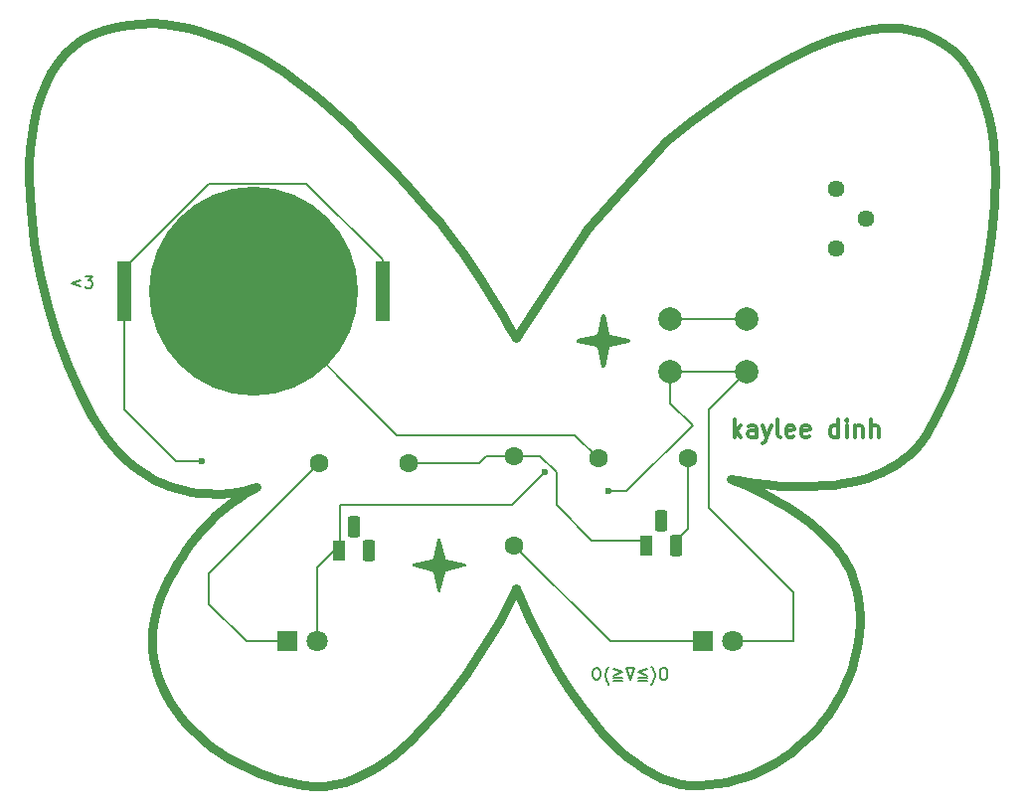
<source format=gbr>
%TF.GenerationSoftware,KiCad,Pcbnew,9.0.2*%
%TF.CreationDate,2025-06-28T05:17:50-07:00*%
%TF.ProjectId,butterfly5,62757474-6572-4666-9c79-352e6b696361,rev?*%
%TF.SameCoordinates,Original*%
%TF.FileFunction,Copper,L1,Top*%
%TF.FilePolarity,Positive*%
%FSLAX46Y46*%
G04 Gerber Fmt 4.6, Leading zero omitted, Abs format (unit mm)*
G04 Created by KiCad (PCBNEW 9.0.2) date 2025-06-28 05:17:50*
%MOMM*%
%LPD*%
G01*
G04 APERTURE LIST*
G04 Aperture macros list*
%AMRoundRect*
0 Rectangle with rounded corners*
0 $1 Rounding radius*
0 $2 $3 $4 $5 $6 $7 $8 $9 X,Y pos of 4 corners*
0 Add a 4 corners polygon primitive as box body*
4,1,4,$2,$3,$4,$5,$6,$7,$8,$9,$2,$3,0*
0 Add four circle primitives for the rounded corners*
1,1,$1+$1,$2,$3*
1,1,$1+$1,$4,$5*
1,1,$1+$1,$6,$7*
1,1,$1+$1,$8,$9*
0 Add four rect primitives between the rounded corners*
20,1,$1+$1,$2,$3,$4,$5,0*
20,1,$1+$1,$4,$5,$6,$7,0*
20,1,$1+$1,$6,$7,$8,$9,0*
20,1,$1+$1,$8,$9,$2,$3,0*%
G04 Aperture macros list end*
%TA.AperFunction,NonConductor*%
%ADD10C,0.000000*%
%TD*%
%TA.AperFunction,NonConductor*%
%ADD11C,0.761999*%
%TD*%
%ADD12C,0.150000*%
%TA.AperFunction,NonConductor*%
%ADD13C,0.150000*%
%TD*%
%ADD14C,0.300000*%
%TA.AperFunction,NonConductor*%
%ADD15C,0.300000*%
%TD*%
%TA.AperFunction,ComponentPad*%
%ADD16C,1.600000*%
%TD*%
%TA.AperFunction,SMDPad,CuDef*%
%ADD17R,1.270000X5.080000*%
%TD*%
%TA.AperFunction,SMDPad,CuDef*%
%ADD18C,17.800000*%
%TD*%
%TA.AperFunction,ComponentPad*%
%ADD19R,1.800000X1.800000*%
%TD*%
%TA.AperFunction,ComponentPad*%
%ADD20C,1.800000*%
%TD*%
%TA.AperFunction,ComponentPad*%
%ADD21R,1.100000X1.800000*%
%TD*%
%TA.AperFunction,ComponentPad*%
%ADD22RoundRect,0.275000X-0.275000X-0.625000X0.275000X-0.625000X0.275000X0.625000X-0.275000X0.625000X0*%
%TD*%
%TA.AperFunction,ComponentPad*%
%ADD23C,2.000000*%
%TD*%
%TA.AperFunction,ComponentPad*%
%ADD24C,1.440000*%
%TD*%
%TA.AperFunction,ViaPad*%
%ADD25C,0.600000*%
%TD*%
%TA.AperFunction,Conductor*%
%ADD26C,0.200000*%
%TD*%
G04 APERTURE END LIST*
D10*
%TA.AperFunction,NonConductor*%
G36*
X141832374Y-108624382D02*
G01*
X141844133Y-108625720D01*
X141855759Y-108627949D01*
X141867187Y-108631070D01*
X141878350Y-108635083D01*
X141889182Y-108639987D01*
X141899618Y-108645783D01*
X141909590Y-108652471D01*
X141919033Y-108660051D01*
X141927881Y-108668522D01*
X141936067Y-108677885D01*
X141943525Y-108688139D01*
X141950190Y-108699286D01*
X141955994Y-108711324D01*
X141960872Y-108724253D01*
X141964758Y-108738075D01*
X142330920Y-110289821D01*
X142333681Y-110299919D01*
X142337114Y-110309711D01*
X142341192Y-110319170D01*
X142345890Y-110328271D01*
X142351181Y-110336986D01*
X142357039Y-110345290D01*
X142363439Y-110353158D01*
X142370353Y-110360562D01*
X142377757Y-110367477D01*
X142385624Y-110373877D01*
X142393928Y-110379736D01*
X142402643Y-110385028D01*
X142411743Y-110389726D01*
X142421202Y-110393805D01*
X142430994Y-110397238D01*
X142441092Y-110400000D01*
X143992842Y-110766162D01*
X144006664Y-110770047D01*
X144019594Y-110774925D01*
X144031632Y-110780730D01*
X144042779Y-110787394D01*
X144053034Y-110794853D01*
X144062397Y-110803039D01*
X144070868Y-110811886D01*
X144078448Y-110821329D01*
X144085136Y-110831302D01*
X144090932Y-110841737D01*
X144095836Y-110852570D01*
X144099849Y-110863733D01*
X144102970Y-110875161D01*
X144105199Y-110886787D01*
X144106537Y-110898545D01*
X144106983Y-110910370D01*
X144106537Y-110922195D01*
X144105199Y-110933954D01*
X144102970Y-110945580D01*
X144099849Y-110957008D01*
X144095836Y-110968171D01*
X144090932Y-110979003D01*
X144085136Y-110989439D01*
X144078448Y-110999411D01*
X144070868Y-111008854D01*
X144062397Y-111017702D01*
X144053034Y-111025888D01*
X144042779Y-111033346D01*
X144031632Y-111040011D01*
X144019594Y-111045815D01*
X144006664Y-111050693D01*
X143992842Y-111054579D01*
X142441092Y-111420741D01*
X142430994Y-111423502D01*
X142421202Y-111426935D01*
X142411743Y-111431013D01*
X142402643Y-111435711D01*
X142393928Y-111441002D01*
X142385624Y-111446860D01*
X142377757Y-111453260D01*
X142370353Y-111460174D01*
X142363439Y-111467578D01*
X142357039Y-111475445D01*
X142351181Y-111483749D01*
X142345890Y-111492464D01*
X142341192Y-111501564D01*
X142337114Y-111511023D01*
X142333681Y-111520815D01*
X142330920Y-111530913D01*
X141964758Y-113082663D01*
X141960872Y-113096485D01*
X141955994Y-113109415D01*
X141950190Y-113121453D01*
X141943525Y-113132600D01*
X141936067Y-113142855D01*
X141927881Y-113152218D01*
X141919033Y-113160689D01*
X141909590Y-113168269D01*
X141899618Y-113174957D01*
X141889182Y-113180753D01*
X141878350Y-113185657D01*
X141867187Y-113189670D01*
X141855759Y-113192791D01*
X141844133Y-113195020D01*
X141832374Y-113196358D01*
X141820549Y-113196804D01*
X141808724Y-113196358D01*
X141796966Y-113195020D01*
X141785340Y-113192791D01*
X141773912Y-113189670D01*
X141762749Y-113185657D01*
X141751916Y-113180753D01*
X141741481Y-113174957D01*
X141731508Y-113168269D01*
X141722065Y-113160689D01*
X141713218Y-113152218D01*
X141705032Y-113142855D01*
X141697573Y-113132600D01*
X141690909Y-113121453D01*
X141685104Y-113109415D01*
X141680226Y-113096485D01*
X141676341Y-113082663D01*
X141310179Y-111530913D01*
X141307417Y-111520815D01*
X141303984Y-111511023D01*
X141299905Y-111501564D01*
X141295207Y-111492464D01*
X141289915Y-111483749D01*
X141284056Y-111475445D01*
X141277656Y-111467578D01*
X141270741Y-111460174D01*
X141263337Y-111453260D01*
X141255469Y-111446860D01*
X141247165Y-111441002D01*
X141238450Y-111435711D01*
X141229349Y-111431013D01*
X141219890Y-111426935D01*
X141210098Y-111423502D01*
X141200000Y-111420741D01*
X139648254Y-111054579D01*
X139634432Y-111050693D01*
X139621503Y-111045815D01*
X139609465Y-111040011D01*
X139598318Y-111033346D01*
X139588064Y-111025888D01*
X139578701Y-111017702D01*
X139570230Y-111008854D01*
X139562650Y-110999411D01*
X139555962Y-110989439D01*
X139550166Y-110979003D01*
X139545262Y-110968171D01*
X139541249Y-110957008D01*
X139538128Y-110945580D01*
X139535899Y-110933954D01*
X139534561Y-110922195D01*
X139534116Y-110910370D01*
X139534561Y-110898545D01*
X139535899Y-110886787D01*
X139538128Y-110875161D01*
X139541249Y-110863733D01*
X139545262Y-110852570D01*
X139550166Y-110841737D01*
X139555962Y-110831302D01*
X139562650Y-110821329D01*
X139570230Y-110811886D01*
X139578701Y-110803039D01*
X139588064Y-110794853D01*
X139598318Y-110787394D01*
X139609465Y-110780730D01*
X139621503Y-110774925D01*
X139634432Y-110770047D01*
X139648254Y-110766162D01*
X141200000Y-110400000D01*
X141210098Y-110397238D01*
X141219890Y-110393805D01*
X141229349Y-110389726D01*
X141238450Y-110385028D01*
X141247165Y-110379736D01*
X141255469Y-110373877D01*
X141263337Y-110367477D01*
X141270741Y-110360562D01*
X141277656Y-110353158D01*
X141284056Y-110345290D01*
X141289915Y-110336986D01*
X141295207Y-110328271D01*
X141299905Y-110319170D01*
X141303984Y-110309711D01*
X141307417Y-110299919D01*
X141310179Y-110289821D01*
X141676341Y-108738075D01*
X141680226Y-108724253D01*
X141685104Y-108711324D01*
X141690909Y-108699286D01*
X141697573Y-108688139D01*
X141705032Y-108677885D01*
X141713218Y-108668522D01*
X141722065Y-108660051D01*
X141731508Y-108652471D01*
X141741481Y-108645783D01*
X141751916Y-108639987D01*
X141762749Y-108635083D01*
X141773912Y-108631070D01*
X141785340Y-108627949D01*
X141796966Y-108625720D01*
X141808724Y-108624382D01*
X141820549Y-108623936D01*
X141832374Y-108624382D01*
G37*
%TD.AperFunction*%
%TA.AperFunction,NonConductor*%
G36*
X155811825Y-89514012D02*
G01*
X155823584Y-89515350D01*
X155835210Y-89517579D01*
X155846638Y-89520700D01*
X155857801Y-89524713D01*
X155868633Y-89529617D01*
X155879069Y-89535413D01*
X155889041Y-89542101D01*
X155898484Y-89549681D01*
X155907332Y-89558152D01*
X155915518Y-89567515D01*
X155922976Y-89577769D01*
X155929641Y-89588916D01*
X155935445Y-89600954D01*
X155940323Y-89613883D01*
X155944209Y-89627705D01*
X156310371Y-91179451D01*
X156313132Y-91189549D01*
X156316565Y-91199341D01*
X156320643Y-91208800D01*
X156325341Y-91217901D01*
X156330632Y-91226616D01*
X156336490Y-91234920D01*
X156342890Y-91242788D01*
X156349804Y-91250192D01*
X156357208Y-91257107D01*
X156365075Y-91263507D01*
X156373379Y-91269366D01*
X156382094Y-91274658D01*
X156391194Y-91279356D01*
X156400653Y-91283435D01*
X156410445Y-91286868D01*
X156420543Y-91289630D01*
X157972293Y-91655792D01*
X157986115Y-91659677D01*
X157999045Y-91664555D01*
X158011083Y-91670360D01*
X158022230Y-91677024D01*
X158032485Y-91684483D01*
X158041848Y-91692669D01*
X158050319Y-91701516D01*
X158057899Y-91710959D01*
X158064587Y-91720932D01*
X158070383Y-91731367D01*
X158075287Y-91742200D01*
X158079300Y-91753363D01*
X158082421Y-91764791D01*
X158084650Y-91776417D01*
X158085988Y-91788175D01*
X158086434Y-91800000D01*
X158085988Y-91811825D01*
X158084650Y-91823584D01*
X158082421Y-91835210D01*
X158079300Y-91846638D01*
X158075287Y-91857801D01*
X158070383Y-91868633D01*
X158064587Y-91879069D01*
X158057899Y-91889041D01*
X158050319Y-91898484D01*
X158041848Y-91907332D01*
X158032485Y-91915518D01*
X158022230Y-91922976D01*
X158011083Y-91929641D01*
X157999045Y-91935445D01*
X157986115Y-91940323D01*
X157972293Y-91944209D01*
X156420543Y-92310371D01*
X156410445Y-92313132D01*
X156400653Y-92316565D01*
X156391194Y-92320643D01*
X156382094Y-92325341D01*
X156373379Y-92330632D01*
X156365075Y-92336490D01*
X156357208Y-92342890D01*
X156349804Y-92349804D01*
X156342890Y-92357208D01*
X156336490Y-92365075D01*
X156330632Y-92373379D01*
X156325341Y-92382094D01*
X156320643Y-92391194D01*
X156316565Y-92400653D01*
X156313132Y-92410445D01*
X156310371Y-92420543D01*
X155944209Y-93972293D01*
X155940323Y-93986115D01*
X155935445Y-93999045D01*
X155929641Y-94011083D01*
X155922976Y-94022230D01*
X155915518Y-94032485D01*
X155907332Y-94041848D01*
X155898484Y-94050319D01*
X155889041Y-94057899D01*
X155879069Y-94064587D01*
X155868633Y-94070383D01*
X155857801Y-94075287D01*
X155846638Y-94079300D01*
X155835210Y-94082421D01*
X155823584Y-94084650D01*
X155811825Y-94085988D01*
X155800000Y-94086434D01*
X155788175Y-94085988D01*
X155776417Y-94084650D01*
X155764791Y-94082421D01*
X155753363Y-94079300D01*
X155742200Y-94075287D01*
X155731367Y-94070383D01*
X155720932Y-94064587D01*
X155710959Y-94057899D01*
X155701516Y-94050319D01*
X155692669Y-94041848D01*
X155684483Y-94032485D01*
X155677024Y-94022230D01*
X155670360Y-94011083D01*
X155664555Y-93999045D01*
X155659677Y-93986115D01*
X155655792Y-93972293D01*
X155289630Y-92420543D01*
X155286868Y-92410445D01*
X155283435Y-92400653D01*
X155279356Y-92391194D01*
X155274658Y-92382094D01*
X155269366Y-92373379D01*
X155263507Y-92365075D01*
X155257107Y-92357208D01*
X155250192Y-92349804D01*
X155242788Y-92342890D01*
X155234920Y-92336490D01*
X155226616Y-92330632D01*
X155217901Y-92325341D01*
X155208800Y-92320643D01*
X155199341Y-92316565D01*
X155189549Y-92313132D01*
X155179451Y-92310371D01*
X153627705Y-91944209D01*
X153613883Y-91940323D01*
X153600954Y-91935445D01*
X153588916Y-91929641D01*
X153577769Y-91922976D01*
X153567515Y-91915518D01*
X153558152Y-91907332D01*
X153549681Y-91898484D01*
X153542101Y-91889041D01*
X153535413Y-91879069D01*
X153529617Y-91868633D01*
X153524713Y-91857801D01*
X153520700Y-91846638D01*
X153517579Y-91835210D01*
X153515350Y-91823584D01*
X153514012Y-91811825D01*
X153513567Y-91800000D01*
X153514012Y-91788175D01*
X153515350Y-91776417D01*
X153517579Y-91764791D01*
X153520700Y-91753363D01*
X153524713Y-91742200D01*
X153529617Y-91731367D01*
X153535413Y-91720932D01*
X153542101Y-91710959D01*
X153549681Y-91701516D01*
X153558152Y-91692669D01*
X153567515Y-91684483D01*
X153577769Y-91677024D01*
X153588916Y-91670360D01*
X153600954Y-91664555D01*
X153613883Y-91659677D01*
X153627705Y-91655792D01*
X155179451Y-91289630D01*
X155189549Y-91286868D01*
X155199341Y-91283435D01*
X155208800Y-91279356D01*
X155217901Y-91274658D01*
X155226616Y-91269366D01*
X155234920Y-91263507D01*
X155242788Y-91257107D01*
X155250192Y-91250192D01*
X155257107Y-91242788D01*
X155263507Y-91234920D01*
X155269366Y-91226616D01*
X155274658Y-91217901D01*
X155279356Y-91208800D01*
X155283435Y-91199341D01*
X155286868Y-91189549D01*
X155289630Y-91179451D01*
X155655792Y-89627705D01*
X155659677Y-89613883D01*
X155664555Y-89600954D01*
X155670360Y-89588916D01*
X155677024Y-89577769D01*
X155684483Y-89567515D01*
X155692669Y-89558152D01*
X155701516Y-89549681D01*
X155710959Y-89542101D01*
X155720932Y-89535413D01*
X155731367Y-89529617D01*
X155742200Y-89524713D01*
X155753363Y-89520700D01*
X155764791Y-89517579D01*
X155776417Y-89515350D01*
X155788175Y-89514012D01*
X155800000Y-89513566D01*
X155811825Y-89514012D01*
G37*
%TD.AperFunction*%
D11*
X118400000Y-64800000D02*
X119397991Y-64932196D01*
X120385448Y-65126551D01*
X121360243Y-65377798D01*
X122320249Y-65680669D01*
X123263337Y-66029898D01*
X124187380Y-66420217D01*
X125090250Y-66846360D01*
X125969820Y-67303059D01*
X126823960Y-67785047D01*
X127650545Y-68287058D01*
X128447445Y-68803823D01*
X129943682Y-69860549D01*
X131295649Y-70913090D01*
X132486323Y-71919307D01*
X133498682Y-72837065D01*
X134315704Y-73624227D01*
X134920367Y-74238654D01*
X135424524Y-74780761D01*
X136152998Y-75505036D01*
X137938623Y-77331286D01*
X139040460Y-78495195D01*
X140181698Y-79739649D01*
X141287374Y-80999665D01*
X141803450Y-81615202D01*
X142282525Y-82210260D01*
X142794323Y-82879231D01*
X143316855Y-83594209D01*
X143844083Y-84342892D01*
X144369969Y-85112974D01*
X145393571Y-86668128D01*
X146339364Y-88161242D01*
X147159053Y-89493890D01*
X147804340Y-90567644D01*
X148378525Y-91544760D01*
X154474523Y-82210260D01*
X161142021Y-74780761D01*
X163294927Y-73070632D01*
X165665389Y-71351027D01*
X167080592Y-70397022D01*
X168613480Y-69426666D01*
X170237330Y-68474798D01*
X171925420Y-67576255D01*
X173651027Y-66765875D01*
X175387428Y-66078497D01*
X177107901Y-65548957D01*
X177953813Y-65354264D01*
X178785722Y-65212095D01*
X179600288Y-65126805D01*
X180394170Y-65102749D01*
X181164028Y-65144280D01*
X181906522Y-65255755D01*
X182966563Y-65541194D01*
X183931480Y-65942585D01*
X184804215Y-66453462D01*
X185587710Y-67067359D01*
X186284907Y-67777811D01*
X186898749Y-68578352D01*
X187432178Y-69462516D01*
X187888137Y-70423837D01*
X188269567Y-71455849D01*
X188579411Y-72552086D01*
X188820612Y-73706084D01*
X188996111Y-74911375D01*
X189161776Y-77449975D01*
X189099943Y-80116160D01*
X188834151Y-82858204D01*
X188387940Y-85624379D01*
X187784848Y-88362960D01*
X187048413Y-91022219D01*
X186202174Y-93550430D01*
X185269670Y-95895867D01*
X184274439Y-98006801D01*
X183240020Y-99831508D01*
X182823743Y-100428786D01*
X182363237Y-100971997D01*
X181862267Y-101463444D01*
X181324603Y-101905428D01*
X180754010Y-102300253D01*
X180154256Y-102650220D01*
X179529108Y-102957632D01*
X178882334Y-103224790D01*
X178217700Y-103453997D01*
X177538974Y-103647555D01*
X176849923Y-103807766D01*
X176154315Y-103936933D01*
X175455916Y-104037357D01*
X174758493Y-104111341D01*
X173381647Y-104189197D01*
X172053915Y-104188918D01*
X170805433Y-104128922D01*
X169666340Y-104027626D01*
X168666773Y-103903448D01*
X167206769Y-103660114D01*
X166666523Y-103546260D01*
X167071462Y-103702235D01*
X168150134Y-104164376D01*
X168878304Y-104507547D01*
X169698325Y-104924005D01*
X170584673Y-105412665D01*
X171511820Y-105972444D01*
X172454238Y-106602256D01*
X173386402Y-107301017D01*
X174282783Y-108067641D01*
X174709579Y-108476064D01*
X175117856Y-108901045D01*
X175504425Y-109342450D01*
X175866094Y-109800144D01*
X176199672Y-110273990D01*
X176501969Y-110763852D01*
X176769793Y-111269597D01*
X176999954Y-111791086D01*
X177189261Y-112328186D01*
X177334523Y-112880761D01*
X177476941Y-113647593D01*
X177570607Y-114413352D01*
X177616787Y-115176577D01*
X177616751Y-115935810D01*
X177571766Y-116689589D01*
X177483099Y-117436455D01*
X177352020Y-118174946D01*
X177179796Y-118903604D01*
X176967694Y-119620968D01*
X176716983Y-120325577D01*
X176428931Y-121015972D01*
X176104805Y-121690693D01*
X175745874Y-122348278D01*
X175353405Y-122987269D01*
X174928667Y-123606204D01*
X174472928Y-124203624D01*
X173987454Y-124778069D01*
X173473515Y-125328078D01*
X172932379Y-125852191D01*
X172365312Y-126348948D01*
X171773584Y-126816888D01*
X171158461Y-127254553D01*
X170521213Y-127660480D01*
X169863107Y-128033211D01*
X169185410Y-128371286D01*
X168489392Y-128673242D01*
X167776319Y-128937622D01*
X167047460Y-129162964D01*
X166304083Y-129347809D01*
X165547455Y-129490696D01*
X164778845Y-129590164D01*
X163999521Y-129644755D01*
X163168051Y-129628427D01*
X162350640Y-129515979D01*
X161548096Y-129313748D01*
X160761229Y-129028074D01*
X159990847Y-128665292D01*
X159237761Y-128231740D01*
X158502778Y-127733756D01*
X157786708Y-127177678D01*
X157090360Y-126569842D01*
X156414544Y-125916586D01*
X155760067Y-125224248D01*
X155127740Y-124499165D01*
X153932770Y-122976114D01*
X152836105Y-121398133D01*
X151844220Y-119815921D01*
X150963586Y-118280179D01*
X150200675Y-116841606D01*
X149561962Y-115550901D01*
X148683014Y-113615895D01*
X148378525Y-112880761D01*
X147991072Y-113663519D01*
X146888529Y-115714180D01*
X146097139Y-117075469D01*
X145160623Y-118586327D01*
X144090197Y-120190953D01*
X142897078Y-121833544D01*
X141592480Y-123458298D01*
X140187620Y-125009412D01*
X139451097Y-125739917D01*
X138693713Y-126431085D01*
X137916872Y-127075943D01*
X137121975Y-127667515D01*
X136310424Y-128198825D01*
X135483621Y-128662899D01*
X134642968Y-129052761D01*
X133789868Y-129361435D01*
X132925721Y-129581947D01*
X132051930Y-129707321D01*
X131169897Y-129730582D01*
X130281024Y-129644755D01*
X129513300Y-129504266D01*
X128751697Y-129329868D01*
X127998154Y-129122479D01*
X127254613Y-128883016D01*
X126523013Y-128612398D01*
X125805297Y-128311540D01*
X125103404Y-127981361D01*
X124419274Y-127622778D01*
X123754849Y-127236708D01*
X123112068Y-126824069D01*
X122492873Y-126385778D01*
X121899204Y-125922752D01*
X121333002Y-125435910D01*
X120796207Y-124926167D01*
X120290760Y-124394442D01*
X119818601Y-123841652D01*
X119381671Y-123268715D01*
X118981910Y-122676547D01*
X118621259Y-122066067D01*
X118301659Y-121438191D01*
X118025051Y-120793837D01*
X117793374Y-120133922D01*
X117608569Y-119459364D01*
X117472577Y-118771080D01*
X117387339Y-118069987D01*
X117354794Y-117357004D01*
X117376885Y-116633046D01*
X117455550Y-115899032D01*
X117592731Y-115155880D01*
X117790369Y-114404505D01*
X118050403Y-113645826D01*
X118374775Y-112880761D01*
X118738131Y-112133277D01*
X119112823Y-111426012D01*
X119497352Y-110757884D01*
X119890217Y-110127812D01*
X120289920Y-109534714D01*
X120694959Y-108977510D01*
X121103835Y-108455117D01*
X121515048Y-107966455D01*
X121927099Y-107510442D01*
X122338486Y-107085997D01*
X122747711Y-106692039D01*
X123153274Y-106327485D01*
X123553674Y-105991256D01*
X123947411Y-105682269D01*
X124332987Y-105399443D01*
X124708900Y-105141697D01*
X125073651Y-104907950D01*
X125425740Y-104697120D01*
X126085932Y-104339886D01*
X126235307Y-104269550D01*
X125947863Y-104353769D01*
X125066263Y-104555873D01*
X124080018Y-104711933D01*
X123006290Y-104796416D01*
X121862241Y-104783789D01*
X121269209Y-104733079D01*
X120665033Y-104648518D01*
X120051857Y-104526912D01*
X119431827Y-104365070D01*
X118807089Y-104159800D01*
X118179787Y-103907911D01*
X117552066Y-103606212D01*
X116926072Y-103251509D01*
X116303950Y-102840613D01*
X115687846Y-102370330D01*
X115079904Y-101837470D01*
X114482270Y-101238841D01*
X113897089Y-100571251D01*
X113326507Y-99831508D01*
X112218322Y-98113171D01*
X111158273Y-96099457D01*
X110167708Y-93841014D01*
X109267975Y-91388490D01*
X108480420Y-88792532D01*
X107826391Y-86103789D01*
X107327236Y-83372909D01*
X107004302Y-80650541D01*
X106878938Y-77987331D01*
X106897015Y-76693738D01*
X106972490Y-75433928D01*
X107108030Y-74214232D01*
X107306305Y-73040981D01*
X107569983Y-71920506D01*
X107901732Y-70859137D01*
X108304221Y-69863206D01*
X108780119Y-68939045D01*
X109332092Y-68092982D01*
X109962811Y-67331351D01*
X110674944Y-66660482D01*
X111471158Y-66086706D01*
X112354123Y-65616353D01*
X113326507Y-65255755D01*
X114345251Y-64998149D01*
X115364100Y-64829038D01*
X116380926Y-64743154D01*
X117393602Y-64735231D01*
X118400000Y-64800000D01*
D12*
D13*
X111298684Y-86603152D02*
X110536779Y-86888866D01*
X110536779Y-86888866D02*
X111298684Y-87174580D01*
X111679636Y-86269819D02*
X112298683Y-86269819D01*
X112298683Y-86269819D02*
X111965350Y-86650771D01*
X111965350Y-86650771D02*
X112108207Y-86650771D01*
X112108207Y-86650771D02*
X112203445Y-86698390D01*
X112203445Y-86698390D02*
X112251064Y-86746009D01*
X112251064Y-86746009D02*
X112298683Y-86841247D01*
X112298683Y-86841247D02*
X112298683Y-87079342D01*
X112298683Y-87079342D02*
X112251064Y-87174580D01*
X112251064Y-87174580D02*
X112203445Y-87222200D01*
X112203445Y-87222200D02*
X112108207Y-87269819D01*
X112108207Y-87269819D02*
X111822493Y-87269819D01*
X111822493Y-87269819D02*
X111727255Y-87222200D01*
X111727255Y-87222200D02*
X111679636Y-87174580D01*
D12*
D13*
X155127255Y-119669819D02*
X155317731Y-119669819D01*
X155317731Y-119669819D02*
X155412969Y-119717438D01*
X155412969Y-119717438D02*
X155508207Y-119812676D01*
X155508207Y-119812676D02*
X155555826Y-120003152D01*
X155555826Y-120003152D02*
X155555826Y-120336485D01*
X155555826Y-120336485D02*
X155508207Y-120526961D01*
X155508207Y-120526961D02*
X155412969Y-120622200D01*
X155412969Y-120622200D02*
X155317731Y-120669819D01*
X155317731Y-120669819D02*
X155127255Y-120669819D01*
X155127255Y-120669819D02*
X155032017Y-120622200D01*
X155032017Y-120622200D02*
X154936779Y-120526961D01*
X154936779Y-120526961D02*
X154889160Y-120336485D01*
X154889160Y-120336485D02*
X154889160Y-120003152D01*
X154889160Y-120003152D02*
X154936779Y-119812676D01*
X154936779Y-119812676D02*
X155032017Y-119717438D01*
X155032017Y-119717438D02*
X155127255Y-119669819D01*
X156270112Y-121050771D02*
X156222493Y-121003152D01*
X156222493Y-121003152D02*
X156127255Y-120860295D01*
X156127255Y-120860295D02*
X156079636Y-120765057D01*
X156079636Y-120765057D02*
X156032017Y-120622200D01*
X156032017Y-120622200D02*
X155984398Y-120384104D01*
X155984398Y-120384104D02*
X155984398Y-120193628D01*
X155984398Y-120193628D02*
X156032017Y-119955533D01*
X156032017Y-119955533D02*
X156079636Y-119812676D01*
X156079636Y-119812676D02*
X156127255Y-119717438D01*
X156127255Y-119717438D02*
X156222493Y-119574580D01*
X156222493Y-119574580D02*
X156270112Y-119526961D01*
X157412970Y-120765057D02*
X156651065Y-120765057D01*
X156651065Y-120479342D02*
X157412970Y-120479342D01*
X156651065Y-120288866D02*
X157412970Y-120003152D01*
X157412970Y-120003152D02*
X156651065Y-119717438D01*
X158412969Y-119669819D02*
X158079636Y-120669819D01*
X158079636Y-120669819D02*
X157746303Y-119669819D01*
X157746303Y-119669819D02*
X158412969Y-119669819D01*
X158746303Y-120765057D02*
X159508208Y-120765057D01*
X159508208Y-120479342D02*
X158746303Y-120479342D01*
X159508208Y-120288866D02*
X158746303Y-120003152D01*
X158746303Y-120003152D02*
X159508208Y-119717438D01*
X159889160Y-121050771D02*
X159936779Y-121003152D01*
X159936779Y-121003152D02*
X160032017Y-120860295D01*
X160032017Y-120860295D02*
X160079636Y-120765057D01*
X160079636Y-120765057D02*
X160127255Y-120622200D01*
X160127255Y-120622200D02*
X160174874Y-120384104D01*
X160174874Y-120384104D02*
X160174874Y-120193628D01*
X160174874Y-120193628D02*
X160127255Y-119955533D01*
X160127255Y-119955533D02*
X160079636Y-119812676D01*
X160079636Y-119812676D02*
X160032017Y-119717438D01*
X160032017Y-119717438D02*
X159936779Y-119574580D01*
X159936779Y-119574580D02*
X159889160Y-119526961D01*
X160841541Y-119669819D02*
X161032017Y-119669819D01*
X161032017Y-119669819D02*
X161127255Y-119717438D01*
X161127255Y-119717438D02*
X161222493Y-119812676D01*
X161222493Y-119812676D02*
X161270112Y-120003152D01*
X161270112Y-120003152D02*
X161270112Y-120336485D01*
X161270112Y-120336485D02*
X161222493Y-120526961D01*
X161222493Y-120526961D02*
X161127255Y-120622200D01*
X161127255Y-120622200D02*
X161032017Y-120669819D01*
X161032017Y-120669819D02*
X160841541Y-120669819D01*
X160841541Y-120669819D02*
X160746303Y-120622200D01*
X160746303Y-120622200D02*
X160651065Y-120526961D01*
X160651065Y-120526961D02*
X160603446Y-120336485D01*
X160603446Y-120336485D02*
X160603446Y-120003152D01*
X160603446Y-120003152D02*
X160651065Y-119812676D01*
X160651065Y-119812676D02*
X160746303Y-119717438D01*
X160746303Y-119717438D02*
X160841541Y-119669819D01*
D14*
D15*
X166954510Y-100000828D02*
X166954510Y-98500828D01*
X167097368Y-99429400D02*
X167525939Y-100000828D01*
X167525939Y-99000828D02*
X166954510Y-99572257D01*
X168811654Y-100000828D02*
X168811654Y-99215114D01*
X168811654Y-99215114D02*
X168740225Y-99072257D01*
X168740225Y-99072257D02*
X168597368Y-99000828D01*
X168597368Y-99000828D02*
X168311654Y-99000828D01*
X168311654Y-99000828D02*
X168168796Y-99072257D01*
X168811654Y-99929400D02*
X168668796Y-100000828D01*
X168668796Y-100000828D02*
X168311654Y-100000828D01*
X168311654Y-100000828D02*
X168168796Y-99929400D01*
X168168796Y-99929400D02*
X168097368Y-99786542D01*
X168097368Y-99786542D02*
X168097368Y-99643685D01*
X168097368Y-99643685D02*
X168168796Y-99500828D01*
X168168796Y-99500828D02*
X168311654Y-99429400D01*
X168311654Y-99429400D02*
X168668796Y-99429400D01*
X168668796Y-99429400D02*
X168811654Y-99357971D01*
X169383082Y-99000828D02*
X169740225Y-100000828D01*
X170097368Y-99000828D02*
X169740225Y-100000828D01*
X169740225Y-100000828D02*
X169597368Y-100357971D01*
X169597368Y-100357971D02*
X169525939Y-100429400D01*
X169525939Y-100429400D02*
X169383082Y-100500828D01*
X170883082Y-100000828D02*
X170740225Y-99929400D01*
X170740225Y-99929400D02*
X170668796Y-99786542D01*
X170668796Y-99786542D02*
X170668796Y-98500828D01*
X172025939Y-99929400D02*
X171883082Y-100000828D01*
X171883082Y-100000828D02*
X171597368Y-100000828D01*
X171597368Y-100000828D02*
X171454510Y-99929400D01*
X171454510Y-99929400D02*
X171383082Y-99786542D01*
X171383082Y-99786542D02*
X171383082Y-99215114D01*
X171383082Y-99215114D02*
X171454510Y-99072257D01*
X171454510Y-99072257D02*
X171597368Y-99000828D01*
X171597368Y-99000828D02*
X171883082Y-99000828D01*
X171883082Y-99000828D02*
X172025939Y-99072257D01*
X172025939Y-99072257D02*
X172097368Y-99215114D01*
X172097368Y-99215114D02*
X172097368Y-99357971D01*
X172097368Y-99357971D02*
X171383082Y-99500828D01*
X173311653Y-99929400D02*
X173168796Y-100000828D01*
X173168796Y-100000828D02*
X172883082Y-100000828D01*
X172883082Y-100000828D02*
X172740224Y-99929400D01*
X172740224Y-99929400D02*
X172668796Y-99786542D01*
X172668796Y-99786542D02*
X172668796Y-99215114D01*
X172668796Y-99215114D02*
X172740224Y-99072257D01*
X172740224Y-99072257D02*
X172883082Y-99000828D01*
X172883082Y-99000828D02*
X173168796Y-99000828D01*
X173168796Y-99000828D02*
X173311653Y-99072257D01*
X173311653Y-99072257D02*
X173383082Y-99215114D01*
X173383082Y-99215114D02*
X173383082Y-99357971D01*
X173383082Y-99357971D02*
X172668796Y-99500828D01*
X175811653Y-100000828D02*
X175811653Y-98500828D01*
X175811653Y-99929400D02*
X175668795Y-100000828D01*
X175668795Y-100000828D02*
X175383081Y-100000828D01*
X175383081Y-100000828D02*
X175240224Y-99929400D01*
X175240224Y-99929400D02*
X175168795Y-99857971D01*
X175168795Y-99857971D02*
X175097367Y-99715114D01*
X175097367Y-99715114D02*
X175097367Y-99286542D01*
X175097367Y-99286542D02*
X175168795Y-99143685D01*
X175168795Y-99143685D02*
X175240224Y-99072257D01*
X175240224Y-99072257D02*
X175383081Y-99000828D01*
X175383081Y-99000828D02*
X175668795Y-99000828D01*
X175668795Y-99000828D02*
X175811653Y-99072257D01*
X176525938Y-100000828D02*
X176525938Y-99000828D01*
X176525938Y-98500828D02*
X176454510Y-98572257D01*
X176454510Y-98572257D02*
X176525938Y-98643685D01*
X176525938Y-98643685D02*
X176597367Y-98572257D01*
X176597367Y-98572257D02*
X176525938Y-98500828D01*
X176525938Y-98500828D02*
X176525938Y-98643685D01*
X177240224Y-99000828D02*
X177240224Y-100000828D01*
X177240224Y-99143685D02*
X177311653Y-99072257D01*
X177311653Y-99072257D02*
X177454510Y-99000828D01*
X177454510Y-99000828D02*
X177668796Y-99000828D01*
X177668796Y-99000828D02*
X177811653Y-99072257D01*
X177811653Y-99072257D02*
X177883082Y-99215114D01*
X177883082Y-99215114D02*
X177883082Y-100000828D01*
X178597367Y-100000828D02*
X178597367Y-98500828D01*
X179240225Y-100000828D02*
X179240225Y-99215114D01*
X179240225Y-99215114D02*
X179168796Y-99072257D01*
X179168796Y-99072257D02*
X179025939Y-99000828D01*
X179025939Y-99000828D02*
X178811653Y-99000828D01*
X178811653Y-99000828D02*
X178668796Y-99072257D01*
X178668796Y-99072257D02*
X178597367Y-99143685D01*
D16*
%TO.P,R3,1*%
%TO.N,Net-(BT1--)*%
X155380000Y-101800000D03*
%TO.P,R3,2*%
%TO.N,Net-(Q2-E)*%
X163000000Y-101800000D03*
%TD*%
%TO.P,R2,1*%
%TO.N,Net-(D2-K)*%
X148200000Y-109210000D03*
%TO.P,R2,2*%
%TO.N,Net-(Q2-C)*%
X148200000Y-101590000D03*
%TD*%
D17*
%TO.P,BT1,1,+*%
%TO.N,Net-(BT1-+)*%
X115015000Y-87600000D03*
X136985000Y-87600000D03*
D18*
%TO.P,BT1,2,-*%
%TO.N,Net-(BT1--)*%
X126000000Y-87600000D03*
%TD*%
D19*
%TO.P,D2,1,K*%
%TO.N,Net-(D2-K)*%
X164260000Y-117400000D03*
D20*
%TO.P,D2,2,A*%
%TO.N,Net-(D1-A)*%
X166800000Y-117400000D03*
%TD*%
D21*
%TO.P,Q2,1,C*%
%TO.N,Net-(Q2-C)*%
X159460000Y-109200000D03*
D22*
%TO.P,Q2,2,B*%
%TO.N,Net-(Q2-B)*%
X160730000Y-107130000D03*
%TO.P,Q2,3,E*%
%TO.N,Net-(Q2-E)*%
X162000000Y-109200000D03*
%TD*%
D21*
%TO.P,Q1,1,C*%
%TO.N,Net-(D1-A)*%
X133330000Y-109670000D03*
D22*
%TO.P,Q1,2,B*%
X134600000Y-107600000D03*
%TO.P,Q1,3,E*%
%TO.N,Net-(Q1-E)*%
X135870000Y-109670000D03*
%TD*%
D16*
%TO.P,R1,1*%
%TO.N,Net-(D1-K)*%
X131590000Y-102200000D03*
%TO.P,R1,2*%
%TO.N,Net-(Q2-C)*%
X139210000Y-102200000D03*
%TD*%
D19*
%TO.P,D1,1,K*%
%TO.N,Net-(D1-K)*%
X128925000Y-117400000D03*
D20*
%TO.P,D1,2,A*%
%TO.N,Net-(D1-A)*%
X131465000Y-117400000D03*
%TD*%
D23*
%TO.P,SW1,1,1*%
%TO.N,Net-(BT1-+)*%
X161500000Y-89900000D03*
X168000000Y-89900000D03*
%TO.P,SW1,2,2*%
%TO.N,Net-(D1-A)*%
X161500000Y-94400000D03*
X168000000Y-94400000D03*
%TD*%
D24*
%TO.P,RV1,1,1*%
%TO.N,Net-(Q1-E)*%
X175600000Y-83880000D03*
%TO.P,RV1,2,2*%
%TO.N,Net-(Q2-B)*%
X178140000Y-81340000D03*
%TO.P,RV1,3,3*%
%TO.N,unconnected-(RV1-Pad3)*%
X175600000Y-78800000D03*
%TD*%
D25*
%TO.N,Net-(BT1-+)*%
X121600000Y-102000000D03*
%TO.N,Net-(D1-A)*%
X156200000Y-104600000D03*
X150800000Y-103000000D03*
%TD*%
D26*
%TO.N,Net-(BT1--)*%
X126000000Y-87600000D02*
X138200000Y-99800000D01*
X138200000Y-99800000D02*
X153380000Y-99800000D01*
X153380000Y-99800000D02*
X155380000Y-101800000D01*
%TO.N,Net-(BT1-+)*%
X115015000Y-97615000D02*
X115015000Y-87600000D01*
X161500000Y-89900000D02*
X168000000Y-89900000D01*
X136985000Y-84860000D02*
X136985000Y-87600000D01*
X121600000Y-102000000D02*
X119400000Y-102000000D01*
X130524000Y-78399000D02*
X136985000Y-84860000D01*
X119400000Y-102000000D02*
X115015000Y-97615000D01*
X122188821Y-78399000D02*
X130524000Y-78399000D01*
X115015000Y-85572821D02*
X122188821Y-78399000D01*
X115015000Y-87600000D02*
X115015000Y-85572821D01*
%TO.N,Net-(D1-A)*%
X164800000Y-106000000D02*
X172000000Y-113200000D01*
X131465000Y-117400000D02*
X131465000Y-111135000D01*
X133400000Y-109200000D02*
X133330000Y-109270000D01*
X156200000Y-104600000D02*
X157800000Y-104600000D01*
X157800000Y-104600000D02*
X163400000Y-99000000D01*
X131465000Y-111135000D02*
X133330000Y-109270000D01*
X150800000Y-103000000D02*
X148000000Y-105800000D01*
X168000000Y-94400000D02*
X161500000Y-94400000D01*
X172000000Y-113200000D02*
X172000000Y-117400000D01*
X163400000Y-99000000D02*
X161500000Y-97100000D01*
X168000000Y-94400000D02*
X164800000Y-97600000D01*
X148000000Y-105800000D02*
X133400000Y-105800000D01*
X164800000Y-97600000D02*
X164800000Y-106000000D01*
X133400000Y-105800000D02*
X133400000Y-109200000D01*
X161500000Y-97100000D02*
X161500000Y-94400000D01*
X172000000Y-117400000D02*
X166800000Y-117400000D01*
%TO.N,Net-(D1-K)*%
X122200000Y-111590000D02*
X122200000Y-114200000D01*
X131590000Y-102200000D02*
X122200000Y-111590000D01*
X122200000Y-114200000D02*
X125400000Y-117400000D01*
X125400000Y-117400000D02*
X128925000Y-117400000D01*
%TO.N,Net-(D2-K)*%
X164260000Y-117400000D02*
X156390000Y-117400000D01*
X156390000Y-117400000D02*
X148200000Y-109210000D01*
%TO.N,Net-(Q2-C)*%
X154800000Y-108800000D02*
X151800000Y-105800000D01*
X145200000Y-102200000D02*
X145810000Y-101590000D01*
X151800000Y-105800000D02*
X151800000Y-103000000D01*
X150390000Y-101590000D02*
X148200000Y-101590000D01*
X159460000Y-108800000D02*
X154800000Y-108800000D01*
X139210000Y-102200000D02*
X145200000Y-102200000D01*
X151800000Y-103000000D02*
X150390000Y-101590000D01*
X145810000Y-101590000D02*
X148200000Y-101590000D01*
%TO.N,Net-(Q2-E)*%
X162000000Y-108800000D02*
X163000000Y-107800000D01*
X163000000Y-107800000D02*
X163000000Y-101800000D01*
%TD*%
M02*

</source>
